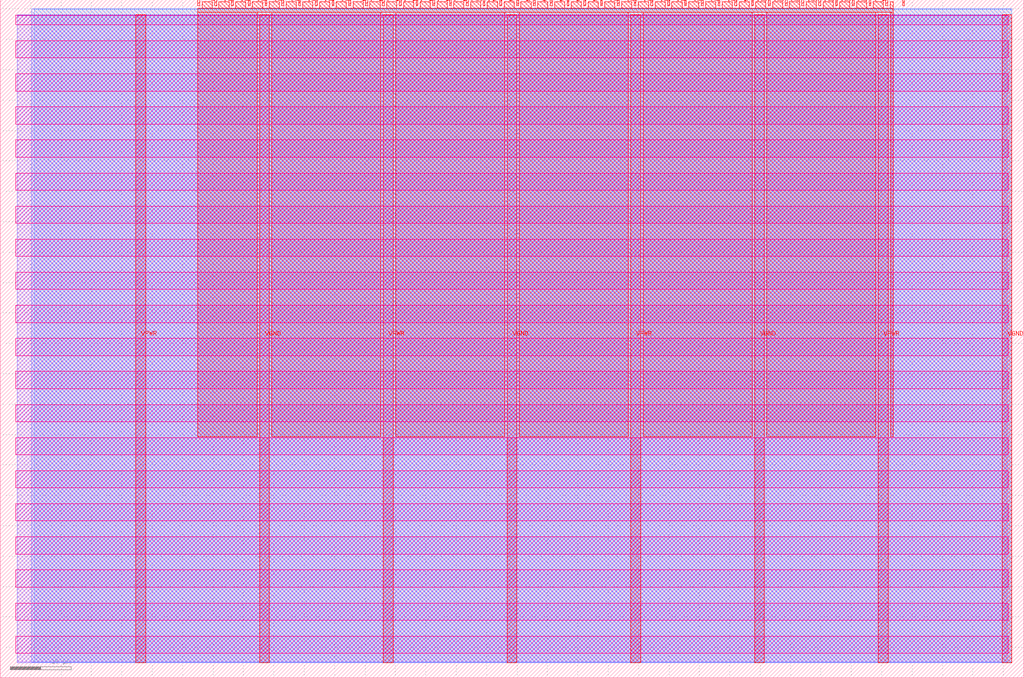
<source format=lef>
VERSION 5.7 ;
  NOWIREEXTENSIONATPIN ON ;
  DIVIDERCHAR "/" ;
  BUSBITCHARS "[]" ;
MACRO tt_um_adaptive_lif
  CLASS BLOCK ;
  FOREIGN tt_um_adaptive_lif ;
  ORIGIN 0.000 0.000 ;
  SIZE 168.360 BY 111.520 ;
  PIN VGND
    DIRECTION INOUT ;
    USE GROUND ;
    PORT
      LAYER met4 ;
        RECT 42.670 2.480 44.270 109.040 ;
    END
    PORT
      LAYER met4 ;
        RECT 83.380 2.480 84.980 109.040 ;
    END
    PORT
      LAYER met4 ;
        RECT 124.090 2.480 125.690 109.040 ;
    END
    PORT
      LAYER met4 ;
        RECT 164.800 2.480 166.400 109.040 ;
    END
  END VGND
  PIN VPWR
    DIRECTION INOUT ;
    USE POWER ;
    PORT
      LAYER met4 ;
        RECT 22.315 2.480 23.915 109.040 ;
    END
    PORT
      LAYER met4 ;
        RECT 63.025 2.480 64.625 109.040 ;
    END
    PORT
      LAYER met4 ;
        RECT 103.735 2.480 105.335 109.040 ;
    END
    PORT
      LAYER met4 ;
        RECT 144.445 2.480 146.045 109.040 ;
    END
  END VPWR
  PIN clk
    DIRECTION INPUT ;
    USE SIGNAL ;
    ANTENNAGATEAREA 0.852000 ;
    PORT
      LAYER met4 ;
        RECT 145.670 110.520 145.970 111.520 ;
    END
  END clk
  PIN ena
    DIRECTION INPUT ;
    USE SIGNAL ;
    PORT
      LAYER met4 ;
        RECT 148.430 110.520 148.730 111.520 ;
    END
  END ena
  PIN rst_n
    DIRECTION INPUT ;
    USE SIGNAL ;
    ANTENNAGATEAREA 0.196500 ;
    PORT
      LAYER met4 ;
        RECT 142.910 110.520 143.210 111.520 ;
    END
  END rst_n
  PIN ui_in[0]
    DIRECTION INPUT ;
    USE SIGNAL ;
    ANTENNAGATEAREA 0.196500 ;
    PORT
      LAYER met4 ;
        RECT 140.150 110.520 140.450 111.520 ;
    END
  END ui_in[0]
  PIN ui_in[1]
    DIRECTION INPUT ;
    USE SIGNAL ;
    ANTENNAGATEAREA 0.196500 ;
    PORT
      LAYER met4 ;
        RECT 137.390 110.520 137.690 111.520 ;
    END
  END ui_in[1]
  PIN ui_in[2]
    DIRECTION INPUT ;
    USE SIGNAL ;
    ANTENNAGATEAREA 0.196500 ;
    PORT
      LAYER met4 ;
        RECT 134.630 110.520 134.930 111.520 ;
    END
  END ui_in[2]
  PIN ui_in[3]
    DIRECTION INPUT ;
    USE SIGNAL ;
    ANTENNAGATEAREA 0.196500 ;
    PORT
      LAYER met4 ;
        RECT 131.870 110.520 132.170 111.520 ;
    END
  END ui_in[3]
  PIN ui_in[4]
    DIRECTION INPUT ;
    USE SIGNAL ;
    ANTENNAGATEAREA 0.196500 ;
    PORT
      LAYER met4 ;
        RECT 129.110 110.520 129.410 111.520 ;
    END
  END ui_in[4]
  PIN ui_in[5]
    DIRECTION INPUT ;
    USE SIGNAL ;
    ANTENNAGATEAREA 0.126000 ;
    PORT
      LAYER met4 ;
        RECT 126.350 110.520 126.650 111.520 ;
    END
  END ui_in[5]
  PIN ui_in[6]
    DIRECTION INPUT ;
    USE SIGNAL ;
    ANTENNAGATEAREA 0.196500 ;
    PORT
      LAYER met4 ;
        RECT 123.590 110.520 123.890 111.520 ;
    END
  END ui_in[6]
  PIN ui_in[7]
    DIRECTION INPUT ;
    USE SIGNAL ;
    ANTENNAGATEAREA 0.196500 ;
    PORT
      LAYER met4 ;
        RECT 120.830 110.520 121.130 111.520 ;
    END
  END ui_in[7]
  PIN uio_in[0]
    DIRECTION INPUT ;
    USE SIGNAL ;
    ANTENNAGATEAREA 0.213000 ;
    PORT
      LAYER met4 ;
        RECT 118.070 110.520 118.370 111.520 ;
    END
  END uio_in[0]
  PIN uio_in[1]
    DIRECTION INPUT ;
    USE SIGNAL ;
    ANTENNAGATEAREA 0.196500 ;
    PORT
      LAYER met4 ;
        RECT 115.310 110.520 115.610 111.520 ;
    END
  END uio_in[1]
  PIN uio_in[2]
    DIRECTION INPUT ;
    USE SIGNAL ;
    PORT
      LAYER met4 ;
        RECT 112.550 110.520 112.850 111.520 ;
    END
  END uio_in[2]
  PIN uio_in[3]
    DIRECTION INPUT ;
    USE SIGNAL ;
    PORT
      LAYER met4 ;
        RECT 109.790 110.520 110.090 111.520 ;
    END
  END uio_in[3]
  PIN uio_in[4]
    DIRECTION INPUT ;
    USE SIGNAL ;
    PORT
      LAYER met4 ;
        RECT 107.030 110.520 107.330 111.520 ;
    END
  END uio_in[4]
  PIN uio_in[5]
    DIRECTION INPUT ;
    USE SIGNAL ;
    PORT
      LAYER met4 ;
        RECT 104.270 110.520 104.570 111.520 ;
    END
  END uio_in[5]
  PIN uio_in[6]
    DIRECTION INPUT ;
    USE SIGNAL ;
    PORT
      LAYER met4 ;
        RECT 101.510 110.520 101.810 111.520 ;
    END
  END uio_in[6]
  PIN uio_in[7]
    DIRECTION INPUT ;
    USE SIGNAL ;
    PORT
      LAYER met4 ;
        RECT 98.750 110.520 99.050 111.520 ;
    END
  END uio_in[7]
  PIN uio_oe[0]
    DIRECTION OUTPUT TRISTATE ;
    USE SIGNAL ;
    PORT
      LAYER met4 ;
        RECT 51.830 110.520 52.130 111.520 ;
    END
  END uio_oe[0]
  PIN uio_oe[1]
    DIRECTION OUTPUT TRISTATE ;
    USE SIGNAL ;
    PORT
      LAYER met4 ;
        RECT 49.070 110.520 49.370 111.520 ;
    END
  END uio_oe[1]
  PIN uio_oe[2]
    DIRECTION OUTPUT TRISTATE ;
    USE SIGNAL ;
    PORT
      LAYER met4 ;
        RECT 46.310 110.520 46.610 111.520 ;
    END
  END uio_oe[2]
  PIN uio_oe[3]
    DIRECTION OUTPUT TRISTATE ;
    USE SIGNAL ;
    PORT
      LAYER met4 ;
        RECT 43.550 110.520 43.850 111.520 ;
    END
  END uio_oe[3]
  PIN uio_oe[4]
    DIRECTION OUTPUT TRISTATE ;
    USE SIGNAL ;
    PORT
      LAYER met4 ;
        RECT 40.790 110.520 41.090 111.520 ;
    END
  END uio_oe[4]
  PIN uio_oe[5]
    DIRECTION OUTPUT TRISTATE ;
    USE SIGNAL ;
    PORT
      LAYER met4 ;
        RECT 38.030 110.520 38.330 111.520 ;
    END
  END uio_oe[5]
  PIN uio_oe[6]
    DIRECTION OUTPUT TRISTATE ;
    USE SIGNAL ;
    PORT
      LAYER met4 ;
        RECT 35.270 110.520 35.570 111.520 ;
    END
  END uio_oe[6]
  PIN uio_oe[7]
    DIRECTION OUTPUT TRISTATE ;
    USE SIGNAL ;
    PORT
      LAYER met4 ;
        RECT 32.510 110.520 32.810 111.520 ;
    END
  END uio_oe[7]
  PIN uio_out[0]
    DIRECTION OUTPUT TRISTATE ;
    USE SIGNAL ;
    PORT
      LAYER met4 ;
        RECT 73.910 110.520 74.210 111.520 ;
    END
  END uio_out[0]
  PIN uio_out[1]
    DIRECTION OUTPUT TRISTATE ;
    USE SIGNAL ;
    PORT
      LAYER met4 ;
        RECT 71.150 110.520 71.450 111.520 ;
    END
  END uio_out[1]
  PIN uio_out[2]
    DIRECTION OUTPUT TRISTATE ;
    USE SIGNAL ;
    PORT
      LAYER met4 ;
        RECT 68.390 110.520 68.690 111.520 ;
    END
  END uio_out[2]
  PIN uio_out[3]
    DIRECTION OUTPUT TRISTATE ;
    USE SIGNAL ;
    PORT
      LAYER met4 ;
        RECT 65.630 110.520 65.930 111.520 ;
    END
  END uio_out[3]
  PIN uio_out[4]
    DIRECTION OUTPUT TRISTATE ;
    USE SIGNAL ;
    PORT
      LAYER met4 ;
        RECT 62.870 110.520 63.170 111.520 ;
    END
  END uio_out[4]
  PIN uio_out[5]
    DIRECTION OUTPUT TRISTATE ;
    USE SIGNAL ;
    PORT
      LAYER met4 ;
        RECT 60.110 110.520 60.410 111.520 ;
    END
  END uio_out[5]
  PIN uio_out[6]
    DIRECTION OUTPUT TRISTATE ;
    USE SIGNAL ;
    PORT
      LAYER met4 ;
        RECT 57.350 110.520 57.650 111.520 ;
    END
  END uio_out[6]
  PIN uio_out[7]
    DIRECTION OUTPUT TRISTATE ;
    USE SIGNAL ;
    ANTENNADIFFAREA 0.795200 ;
    PORT
      LAYER met4 ;
        RECT 54.590 110.520 54.890 111.520 ;
    END
  END uio_out[7]
  PIN uo_out[0]
    DIRECTION OUTPUT TRISTATE ;
    USE SIGNAL ;
    ANTENNAGATEAREA 0.465000 ;
    ANTENNADIFFAREA 0.891000 ;
    PORT
      LAYER met4 ;
        RECT 95.990 110.520 96.290 111.520 ;
    END
  END uo_out[0]
  PIN uo_out[1]
    DIRECTION OUTPUT TRISTATE ;
    USE SIGNAL ;
    ANTENNAGATEAREA 1.950000 ;
    ANTENNADIFFAREA 0.891000 ;
    PORT
      LAYER met4 ;
        RECT 93.230 110.520 93.530 111.520 ;
    END
  END uo_out[1]
  PIN uo_out[2]
    DIRECTION OUTPUT TRISTATE ;
    USE SIGNAL ;
    ANTENNAGATEAREA 2.323500 ;
    ANTENNADIFFAREA 0.891000 ;
    PORT
      LAYER met4 ;
        RECT 90.470 110.520 90.770 111.520 ;
    END
  END uo_out[2]
  PIN uo_out[3]
    DIRECTION OUTPUT TRISTATE ;
    USE SIGNAL ;
    ANTENNAGATEAREA 1.405500 ;
    ANTENNADIFFAREA 0.891000 ;
    PORT
      LAYER met4 ;
        RECT 87.710 110.520 88.010 111.520 ;
    END
  END uo_out[3]
  PIN uo_out[4]
    DIRECTION OUTPUT TRISTATE ;
    USE SIGNAL ;
    ANTENNAGATEAREA 2.076000 ;
    ANTENNADIFFAREA 0.891000 ;
    PORT
      LAYER met4 ;
        RECT 84.950 110.520 85.250 111.520 ;
    END
  END uo_out[4]
  PIN uo_out[5]
    DIRECTION OUTPUT TRISTATE ;
    USE SIGNAL ;
    ANTENNAGATEAREA 1.333500 ;
    ANTENNADIFFAREA 0.891000 ;
    PORT
      LAYER met4 ;
        RECT 82.190 110.520 82.490 111.520 ;
    END
  END uo_out[5]
  PIN uo_out[6]
    DIRECTION OUTPUT TRISTATE ;
    USE SIGNAL ;
    ANTENNAGATEAREA 1.581000 ;
    ANTENNADIFFAREA 0.891000 ;
    PORT
      LAYER met4 ;
        RECT 79.430 110.520 79.730 111.520 ;
    END
  END uo_out[6]
  PIN uo_out[7]
    DIRECTION OUTPUT TRISTATE ;
    USE SIGNAL ;
    ANTENNAGATEAREA 0.960000 ;
    ANTENNADIFFAREA 0.891000 ;
    PORT
      LAYER met4 ;
        RECT 76.670 110.520 76.970 111.520 ;
    END
  END uo_out[7]
  OBS
      LAYER nwell ;
        RECT 2.570 107.385 165.790 108.990 ;
        RECT 2.570 101.945 165.790 104.775 ;
        RECT 2.570 96.505 165.790 99.335 ;
        RECT 2.570 91.065 165.790 93.895 ;
        RECT 2.570 85.625 165.790 88.455 ;
        RECT 2.570 80.185 165.790 83.015 ;
        RECT 2.570 74.745 165.790 77.575 ;
        RECT 2.570 69.305 165.790 72.135 ;
        RECT 2.570 63.865 165.790 66.695 ;
        RECT 2.570 58.425 165.790 61.255 ;
        RECT 2.570 52.985 165.790 55.815 ;
        RECT 2.570 47.545 165.790 50.375 ;
        RECT 2.570 42.105 165.790 44.935 ;
        RECT 2.570 36.665 165.790 39.495 ;
        RECT 2.570 31.225 165.790 34.055 ;
        RECT 2.570 25.785 165.790 28.615 ;
        RECT 2.570 20.345 165.790 23.175 ;
        RECT 2.570 14.905 165.790 17.735 ;
        RECT 2.570 9.465 165.790 12.295 ;
        RECT 2.570 4.025 165.790 6.855 ;
      LAYER li1 ;
        RECT 2.760 2.635 165.600 108.885 ;
      LAYER met1 ;
        RECT 2.760 2.480 166.400 109.040 ;
      LAYER met2 ;
        RECT 5.160 2.535 166.370 110.005 ;
      LAYER met3 ;
        RECT 5.585 2.555 166.390 109.985 ;
      LAYER met4 ;
        RECT 33.210 110.120 34.870 111.170 ;
        RECT 35.970 110.120 37.630 111.170 ;
        RECT 38.730 110.120 40.390 111.170 ;
        RECT 41.490 110.120 43.150 111.170 ;
        RECT 44.250 110.120 45.910 111.170 ;
        RECT 47.010 110.120 48.670 111.170 ;
        RECT 49.770 110.120 51.430 111.170 ;
        RECT 52.530 110.120 54.190 111.170 ;
        RECT 55.290 110.120 56.950 111.170 ;
        RECT 58.050 110.120 59.710 111.170 ;
        RECT 60.810 110.120 62.470 111.170 ;
        RECT 63.570 110.120 65.230 111.170 ;
        RECT 66.330 110.120 67.990 111.170 ;
        RECT 69.090 110.120 70.750 111.170 ;
        RECT 71.850 110.120 73.510 111.170 ;
        RECT 74.610 110.120 76.270 111.170 ;
        RECT 77.370 110.120 79.030 111.170 ;
        RECT 80.130 110.120 81.790 111.170 ;
        RECT 82.890 110.120 84.550 111.170 ;
        RECT 85.650 110.120 87.310 111.170 ;
        RECT 88.410 110.120 90.070 111.170 ;
        RECT 91.170 110.120 92.830 111.170 ;
        RECT 93.930 110.120 95.590 111.170 ;
        RECT 96.690 110.120 98.350 111.170 ;
        RECT 99.450 110.120 101.110 111.170 ;
        RECT 102.210 110.120 103.870 111.170 ;
        RECT 104.970 110.120 106.630 111.170 ;
        RECT 107.730 110.120 109.390 111.170 ;
        RECT 110.490 110.120 112.150 111.170 ;
        RECT 113.250 110.120 114.910 111.170 ;
        RECT 116.010 110.120 117.670 111.170 ;
        RECT 118.770 110.120 120.430 111.170 ;
        RECT 121.530 110.120 123.190 111.170 ;
        RECT 124.290 110.120 125.950 111.170 ;
        RECT 127.050 110.120 128.710 111.170 ;
        RECT 129.810 110.120 131.470 111.170 ;
        RECT 132.570 110.120 134.230 111.170 ;
        RECT 135.330 110.120 136.990 111.170 ;
        RECT 138.090 110.120 139.750 111.170 ;
        RECT 140.850 110.120 142.510 111.170 ;
        RECT 143.610 110.120 145.270 111.170 ;
        RECT 146.370 110.120 146.905 111.170 ;
        RECT 32.495 109.440 146.905 110.120 ;
        RECT 32.495 39.615 42.270 109.440 ;
        RECT 44.670 39.615 62.625 109.440 ;
        RECT 65.025 39.615 82.980 109.440 ;
        RECT 85.380 39.615 103.335 109.440 ;
        RECT 105.735 39.615 123.690 109.440 ;
        RECT 126.090 39.615 144.045 109.440 ;
        RECT 146.445 39.615 146.905 109.440 ;
  END
END tt_um_adaptive_lif
END LIBRARY


</source>
